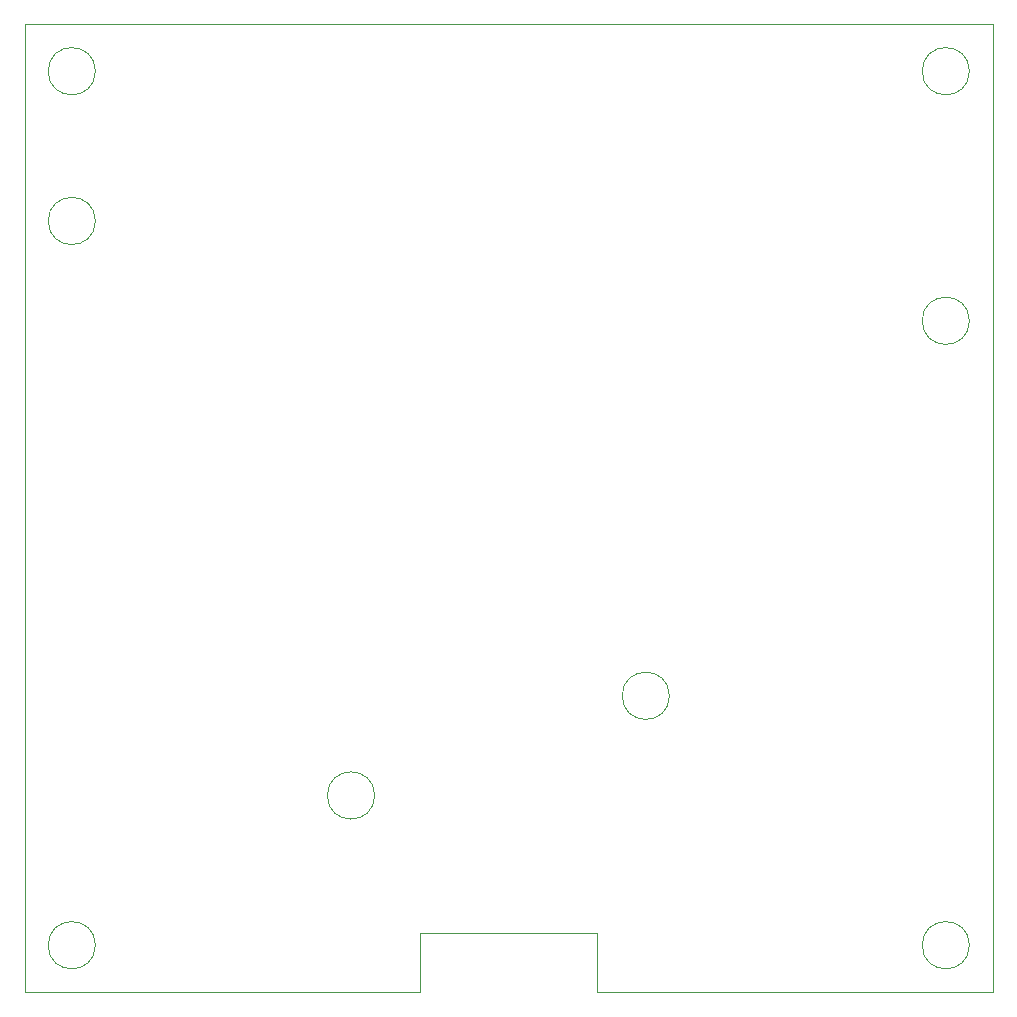
<source format=gbr>
G04 #@! TF.GenerationSoftware,KiCad,Pcbnew,(5.1.9)-1*
G04 #@! TF.CreationDate,2021-07-15T19:39:11-04:00*
G04 #@! TF.ProjectId,payload2020_base_board,7061796c-6f61-4643-9230-32305f626173,rev?*
G04 #@! TF.SameCoordinates,Original*
G04 #@! TF.FileFunction,Profile,NP*
%FSLAX46Y46*%
G04 Gerber Fmt 4.6, Leading zero omitted, Abs format (unit mm)*
G04 Created by KiCad (PCBNEW (5.1.9)-1) date 2021-07-15 19:39:11*
%MOMM*%
%LPD*%
G01*
G04 APERTURE LIST*
G04 #@! TA.AperFunction,Profile*
%ADD10C,0.050000*%
G04 #@! TD*
G04 APERTURE END LIST*
D10*
X101854000Y-149818000D02*
X101854000Y-67818000D01*
X135354000Y-149818000D02*
X101854000Y-149818000D01*
X183854000Y-67818000D02*
X183854000Y-149818000D01*
X101854000Y-67818000D02*
X183854000Y-67818000D01*
X150354000Y-149818000D02*
X183854000Y-149818000D01*
X150354000Y-144818000D02*
X150354000Y-149818000D01*
X135354000Y-144818000D02*
X135354000Y-149818000D01*
X156454000Y-124698000D02*
G75*
G03*
X156454000Y-124698000I-2000000J0D01*
G01*
X131494000Y-133138000D02*
G75*
G03*
X131494000Y-133138000I-2000000J0D01*
G01*
X107854000Y-84498000D02*
G75*
G03*
X107854000Y-84498000I-2000000J0D01*
G01*
X107854000Y-71818000D02*
G75*
G03*
X107854000Y-71818000I-2000000J0D01*
G01*
X181854000Y-92948000D02*
G75*
G03*
X181854000Y-92948000I-2000000J0D01*
G01*
X181854000Y-71818000D02*
G75*
G03*
X181854000Y-71818000I-2000000J0D01*
G01*
X181854000Y-145818000D02*
G75*
G03*
X181854000Y-145818000I-2000000J0D01*
G01*
X107854000Y-145818000D02*
G75*
G03*
X107854000Y-145818000I-2000000J0D01*
G01*
X135354000Y-144818000D02*
X150354000Y-144818000D01*
M02*

</source>
